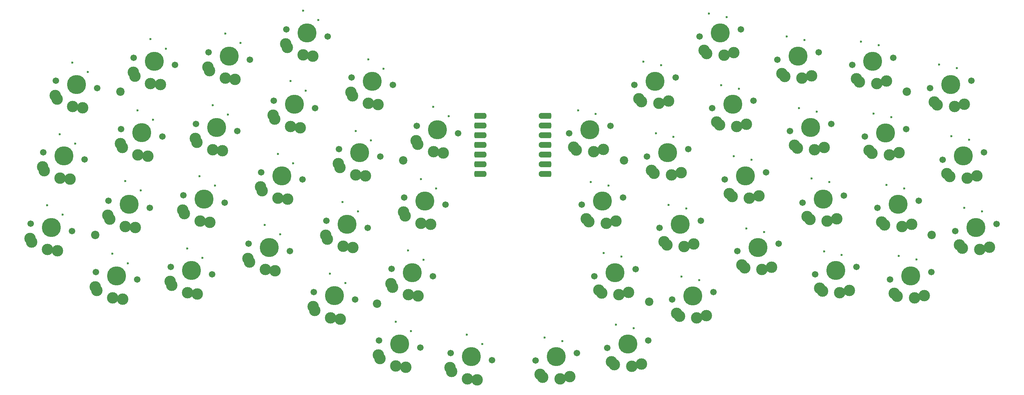
<source format=gbr>
%TF.GenerationSoftware,KiCad,Pcbnew,8.0.7*%
%TF.CreationDate,2025-02-04T22:32:57+01:00*%
%TF.ProjectId,011_rev2,3031315f-7265-4763-922e-6b696361645f,rev?*%
%TF.SameCoordinates,Original*%
%TF.FileFunction,Soldermask,Top*%
%TF.FilePolarity,Negative*%
%FSLAX46Y46*%
G04 Gerber Fmt 4.6, Leading zero omitted, Abs format (unit mm)*
G04 Created by KiCad (PCBNEW 8.0.7) date 2025-02-04 22:32:57*
%MOMM*%
%LPD*%
G01*
G04 APERTURE LIST*
G04 Aperture macros list*
%AMRoundRect*
0 Rectangle with rounded corners*
0 $1 Rounding radius*
0 $2 $3 $4 $5 $6 $7 $8 $9 X,Y pos of 4 corners*
0 Add a 4 corners polygon primitive as box body*
4,1,4,$2,$3,$4,$5,$6,$7,$8,$9,$2,$3,0*
0 Add four circle primitives for the rounded corners*
1,1,$1+$1,$2,$3*
1,1,$1+$1,$4,$5*
1,1,$1+$1,$6,$7*
1,1,$1+$1,$8,$9*
0 Add four rect primitives between the rounded corners*
20,1,$1+$1,$2,$3,$4,$5,0*
20,1,$1+$1,$4,$5,$6,$7,0*
20,1,$1+$1,$6,$7,$8,$9,0*
20,1,$1+$1,$8,$9,$2,$3,0*%
G04 Aperture macros list end*
%ADD10C,1.600000*%
%ADD11RoundRect,0.400000X-1.100000X-0.400000X1.100000X-0.400000X1.100000X0.400000X-1.100000X0.400000X0*%
%ADD12C,1.701800*%
%ADD13C,3.000000*%
%ADD14C,5.000000*%
%ADD15C,2.200000*%
%ADD16C,0.600000*%
G04 APERTURE END LIST*
D10*
%TO.C,M1*%
X159000000Y-64487000D03*
D11*
X158000000Y-64487000D03*
D10*
X159000000Y-67027000D03*
D11*
X158000000Y-67027000D03*
D10*
X159000000Y-69567000D03*
D11*
X158000000Y-69567000D03*
D10*
X159000000Y-72107000D03*
D11*
X158000000Y-72107000D03*
D10*
X159000000Y-74647000D03*
D11*
X158000000Y-74647000D03*
D10*
X159000000Y-77187000D03*
D11*
X158000000Y-77187000D03*
D10*
X159000000Y-79727000D03*
D11*
X158000000Y-79727000D03*
D10*
X174235000Y-79727000D03*
D11*
X175235000Y-79727000D03*
D10*
X174235000Y-77187000D03*
D11*
X175235000Y-77187000D03*
D10*
X174235000Y-74647000D03*
D11*
X175235000Y-74647000D03*
D10*
X174235000Y-72107000D03*
D11*
X175235000Y-72107000D03*
D10*
X174235000Y-69567000D03*
D11*
X175235000Y-69567000D03*
D10*
X174235000Y-67027000D03*
D11*
X175235000Y-67027000D03*
D10*
X174235000Y-64487000D03*
D11*
X175235000Y-64487000D03*
%TD*%
D12*
%TO.C,RC6-2*%
X134826740Y-104660488D03*
D13*
X134659281Y-108489582D03*
X135093880Y-109480097D03*
D14*
X140243183Y-105615553D03*
D13*
X139218659Y-111425919D03*
X141805206Y-111729683D03*
D12*
X145659626Y-106570618D03*
%TD*%
%TO.C,RC0-4*%
X181396741Y-69054877D03*
D13*
X182549008Y-72710322D03*
X183296176Y-73492460D03*
D14*
X186813184Y-68099812D03*
D13*
X187837708Y-73910178D03*
X190372161Y-73310971D03*
D12*
X192229627Y-67144747D03*
%TD*%
%TO.C,RC6-5*%
X279334677Y-75965622D03*
D13*
X280486944Y-79621067D03*
X281234112Y-80403205D03*
D14*
X284751120Y-75010557D03*
D13*
X285775644Y-80820923D03*
X288310097Y-80221716D03*
D12*
X290167563Y-74055492D03*
%TD*%
%TO.C,RC1-0*%
X46812798Y-55289470D03*
D13*
X46645339Y-59118564D03*
X47079938Y-60109079D03*
D14*
X52229241Y-56244535D03*
D13*
X51204717Y-62054901D03*
X53791264Y-62358665D03*
D12*
X57645684Y-57199600D03*
%TD*%
%TO.C,RC1-6*%
X205119325Y-93887760D03*
D13*
X206271592Y-97543205D03*
X207018760Y-98325343D03*
D14*
X210535768Y-92932695D03*
D13*
X211560292Y-98743061D03*
X214094745Y-98143854D03*
D12*
X215952211Y-91977630D03*
%TD*%
%TO.C,RC1-3*%
X76890978Y-104116788D03*
D13*
X76723519Y-107945882D03*
X77158118Y-108936397D03*
D14*
X82307421Y-105071853D03*
D13*
X81282897Y-110882219D03*
X83869444Y-111185983D03*
D12*
X87723864Y-106026918D03*
%TD*%
%TO.C,RC6-1*%
X138134738Y-85899900D03*
D13*
X137967279Y-89728994D03*
X138401878Y-90719509D03*
D14*
X143551181Y-86854965D03*
D13*
X142526657Y-92665331D03*
X145113204Y-92969095D03*
D12*
X148967624Y-87810030D03*
%TD*%
%TO.C,RC6-4*%
X276026679Y-57205035D03*
D13*
X277178946Y-60860480D03*
X277926114Y-61642618D03*
D14*
X281443122Y-56249970D03*
D13*
X282467646Y-62060336D03*
X285002099Y-61461129D03*
D12*
X286859565Y-55294905D03*
%TD*%
%TO.C,RC2-4*%
X215609919Y-43678293D03*
D13*
X216762186Y-47333738D03*
X217509354Y-48115876D03*
D14*
X221026362Y-42723228D03*
D13*
X222050886Y-48533594D03*
X224585339Y-47934387D03*
D12*
X226442805Y-41768163D03*
%TD*%
%TO.C,RC4-7*%
X245948499Y-106032353D03*
D13*
X247100766Y-109687798D03*
X247847934Y-110469936D03*
D14*
X251364942Y-105077288D03*
D13*
X252389466Y-110887654D03*
X254923919Y-110288447D03*
D12*
X256781385Y-104122223D03*
%TD*%
%TO.C,RC5-1*%
X121028149Y-73211608D03*
D13*
X120860690Y-77040702D03*
X121295289Y-78031217D03*
D14*
X126444592Y-74166673D03*
D13*
X125420068Y-79977039D03*
X128006615Y-80280803D03*
D12*
X131861035Y-75121738D03*
%TD*%
D15*
%TO.C,H2*%
X57083274Y-95766726D03*
%TD*%
D12*
%TO.C,RC2-6*%
X222225914Y-81199469D03*
D13*
X223378181Y-84854914D03*
X224125349Y-85637052D03*
D14*
X227642357Y-80244404D03*
D13*
X228666881Y-86054770D03*
X231201334Y-85455563D03*
D12*
X233058800Y-79289339D03*
%TD*%
%TO.C,RC0-3*%
X57303391Y-105498937D03*
D13*
X57135932Y-109328031D03*
X57570531Y-110318546D03*
D14*
X62719834Y-106454002D03*
D13*
X61695310Y-112264368D03*
X64281857Y-112568132D03*
D12*
X68136277Y-107409067D03*
%TD*%
%TO.C,RC1-5*%
X201811328Y-75127173D03*
D13*
X202963595Y-78782618D03*
X203710763Y-79564756D03*
D14*
X207227771Y-74172108D03*
D13*
X208252295Y-79982474D03*
X210786748Y-79383267D03*
D12*
X212644214Y-73217043D03*
%TD*%
%TO.C,RC5-2*%
X117720151Y-91972196D03*
D13*
X117552692Y-95801290D03*
X117987291Y-96791805D03*
D14*
X123136594Y-92927261D03*
D13*
X122112070Y-98737627D03*
X124698617Y-99041391D03*
D12*
X128553037Y-93882326D03*
%TD*%
%TO.C,RC0-6*%
X188012737Y-106576052D03*
D13*
X189165004Y-110231497D03*
X189912172Y-111013635D03*
D14*
X193429180Y-105620987D03*
D13*
X194453704Y-111431353D03*
X196988157Y-110832146D03*
D12*
X198845623Y-104665922D03*
%TD*%
%TO.C,RC2-3*%
X97305565Y-98044492D03*
D13*
X97138106Y-101873586D03*
X97572705Y-102864101D03*
D14*
X102722008Y-98999557D03*
D13*
X101697484Y-104809923D03*
X104284031Y-105113687D03*
D12*
X108138451Y-99954622D03*
%TD*%
%TO.C,RC0-1*%
X43504800Y-74050058D03*
D13*
X43337341Y-77879152D03*
X43771940Y-78869667D03*
D14*
X48921243Y-75005123D03*
D13*
X47896719Y-80815489D03*
X50483266Y-81119253D03*
D12*
X54337686Y-75960188D03*
%TD*%
%TO.C,RC3-5*%
X239332503Y-68511177D03*
D13*
X240484770Y-72166622D03*
X241231938Y-72948760D03*
D14*
X244748946Y-67556112D03*
D13*
X245773470Y-73366478D03*
X248307923Y-72767271D03*
D12*
X250165389Y-66601047D03*
%TD*%
D15*
%TO.C,H5*%
X195763651Y-76197972D03*
%TD*%
%TO.C,H1*%
X63683650Y-58163971D03*
%TD*%
D12*
%TO.C,RC3-2*%
X80198976Y-85356200D03*
D13*
X80031517Y-89185294D03*
X80466116Y-90175809D03*
D14*
X85615419Y-86311265D03*
D13*
X84590895Y-92121631D03*
X87177442Y-92425395D03*
D12*
X91031862Y-87266330D03*
%TD*%
%TO.C,RC1-7*%
X191353325Y-125338054D03*
D13*
X192505592Y-128993499D03*
X193252760Y-129775637D03*
D14*
X196769768Y-124382989D03*
D13*
X197794292Y-130193355D03*
X200328745Y-129594148D03*
D12*
X202186211Y-123427924D03*
%TD*%
%TO.C,RC6-3*%
X150301322Y-126690800D03*
D13*
X150133863Y-130519894D03*
X150568462Y-131510409D03*
D14*
X155717765Y-127645865D03*
D13*
X154693241Y-133456231D03*
X157279788Y-133759995D03*
D12*
X161134208Y-128600930D03*
%TD*%
%TO.C,RC4-1*%
X103921560Y-60523317D03*
D13*
X103754101Y-64352411D03*
X104188700Y-65342926D03*
D14*
X109338003Y-61478382D03*
D13*
X108313479Y-67288748D03*
X110900026Y-67592512D03*
D12*
X114754446Y-62433447D03*
%TD*%
%TO.C,RC1-4*%
X198503330Y-56366585D03*
D13*
X199655597Y-60022030D03*
X200402765Y-60804168D03*
D14*
X203919773Y-55411520D03*
D13*
X204944297Y-61221886D03*
X207478750Y-60622679D03*
D12*
X209336216Y-54456455D03*
%TD*%
%TO.C,RC4-6*%
X265536086Y-107414502D03*
D13*
X266688353Y-111069947D03*
X267435521Y-111852085D03*
D14*
X270952529Y-106459437D03*
D13*
X271977053Y-112269803D03*
X274511506Y-111670596D03*
D12*
X276368972Y-105504372D03*
%TD*%
%TO.C,RC3-1*%
X83506974Y-66595613D03*
D13*
X83339515Y-70424707D03*
X83774114Y-71415222D03*
D14*
X88923417Y-67550678D03*
D13*
X87898893Y-73361044D03*
X90485440Y-73664808D03*
D12*
X94339860Y-68505743D03*
%TD*%
%TO.C,RC5-3*%
X131540734Y-123382802D03*
D13*
X131373275Y-127211896D03*
X131807874Y-128202411D03*
D14*
X136957177Y-124337867D03*
D13*
X135932653Y-130148233D03*
X138519200Y-130451997D03*
D12*
X142373620Y-125292932D03*
%TD*%
%TO.C,RC4-3*%
X114412154Y-110732784D03*
D13*
X114244695Y-114561878D03*
X114679294Y-115552393D03*
D14*
X119828597Y-111687849D03*
D13*
X118804073Y-117498215D03*
X121390620Y-117801979D03*
D12*
X125245040Y-112642914D03*
%TD*%
D15*
%TO.C,H3*%
X137851650Y-76197971D03*
%TD*%
D12*
%TO.C,RC1-2*%
X60611389Y-86738349D03*
D13*
X60443930Y-90567443D03*
X60878529Y-91557958D03*
D14*
X66027832Y-87693414D03*
D13*
X65003308Y-93503780D03*
X67589855Y-93807544D03*
D12*
X71444275Y-88648479D03*
%TD*%
%TO.C,RC2-7*%
X208427323Y-112648348D03*
D13*
X209579590Y-116303793D03*
X210326758Y-117085931D03*
D14*
X213843766Y-111693283D03*
D13*
X214868290Y-117503649D03*
X217402743Y-116904442D03*
D12*
X219260209Y-110738218D03*
%TD*%
D15*
%TO.C,H7*%
X269931650Y-58166726D03*
%TD*%
D12*
%TO.C,RC2-1*%
X63919387Y-67977762D03*
D13*
X63751928Y-71806856D03*
X64186527Y-72797371D03*
D14*
X69335830Y-68932827D03*
D13*
X68311306Y-74743193D03*
X70897853Y-75046957D03*
D12*
X74752273Y-69887892D03*
%TD*%
%TO.C,RC5-4*%
X255612092Y-51132739D03*
D13*
X256764359Y-54788184D03*
X257511527Y-55570322D03*
D14*
X261028535Y-50177674D03*
D13*
X262053059Y-55988040D03*
X264587512Y-55388833D03*
D12*
X266444978Y-49222609D03*
%TD*%
%TO.C,RC5-7*%
X262228088Y-88653914D03*
D13*
X263380355Y-92309359D03*
X264127523Y-93091497D03*
D14*
X267644531Y-87698849D03*
D13*
X268669055Y-93509215D03*
X271203508Y-92910008D03*
D12*
X273060974Y-86743784D03*
%TD*%
%TO.C,RC4-5*%
X282642675Y-94726210D03*
D13*
X283794942Y-98381655D03*
X284542110Y-99163793D03*
D14*
X288059118Y-93771145D03*
D13*
X289083642Y-99581511D03*
X291618095Y-98982304D03*
D12*
X293475561Y-92816080D03*
%TD*%
%TO.C,RC5-0*%
X124336147Y-54451020D03*
D13*
X124168688Y-58280114D03*
X124603287Y-59270629D03*
D14*
X129752590Y-55406085D03*
D13*
X128728066Y-61216451D03*
X131314613Y-61520215D03*
D12*
X135169033Y-56361150D03*
%TD*%
%TO.C,RC6-0*%
X141442736Y-67139312D03*
D13*
X141275277Y-70968406D03*
X141709876Y-71958921D03*
D14*
X146859179Y-68094377D03*
D13*
X145834655Y-73904743D03*
X148421202Y-74208507D03*
D12*
X152275622Y-69049442D03*
%TD*%
%TO.C,RC2-0*%
X67227384Y-49217174D03*
D13*
X67059925Y-53046268D03*
X67494524Y-54036783D03*
D14*
X72643827Y-50172239D03*
D13*
X71619303Y-55982605D03*
X74205850Y-56286369D03*
D12*
X78060270Y-51127304D03*
%TD*%
D15*
%TO.C,H8*%
X276483274Y-95766726D03*
%TD*%
D12*
%TO.C,RC0-2*%
X40196802Y-92810646D03*
D13*
X40029343Y-96639740D03*
X40463942Y-97630255D03*
D14*
X45613245Y-93765711D03*
D13*
X44588721Y-99576077D03*
X47175268Y-99879841D03*
D12*
X51029688Y-94720776D03*
%TD*%
%TO.C,RC3-7*%
X225533912Y-99960057D03*
D13*
X226686179Y-103615502D03*
X227433347Y-104397640D03*
D14*
X230950355Y-99004992D03*
D13*
X231974879Y-104815358D03*
X234509332Y-104216151D03*
D12*
X236366798Y-98049927D03*
%TD*%
%TO.C,RC2-5*%
X218917916Y-62438881D03*
D13*
X220070183Y-66094326D03*
X220817351Y-66876464D03*
D14*
X224334359Y-61483816D03*
D13*
X225358883Y-67294182D03*
X227893336Y-66694975D03*
D12*
X229750802Y-60528751D03*
%TD*%
%TO.C,RC4-2*%
X100613563Y-79283904D03*
D13*
X100446104Y-83112998D03*
X100880703Y-84103513D03*
D14*
X106030006Y-80238969D03*
D13*
X105005482Y-86049335D03*
X107592029Y-86353099D03*
D12*
X111446449Y-81194034D03*
%TD*%
D15*
%TO.C,H4*%
X130993650Y-113789973D03*
%TD*%
%TO.C,H6*%
X202367650Y-113281972D03*
%TD*%
D12*
%TO.C,RC4-0*%
X107229558Y-41762729D03*
D13*
X107062099Y-45591823D03*
X107496698Y-46582338D03*
D14*
X112646001Y-42717794D03*
D13*
X111621477Y-48528160D03*
X114208024Y-48831924D03*
D12*
X118062444Y-43672859D03*
%TD*%
%TO.C,RC3-4*%
X236024505Y-49750589D03*
D13*
X237176772Y-53406034D03*
X237923940Y-54188172D03*
D14*
X241440948Y-48795524D03*
D13*
X242465472Y-54605890D03*
X244999925Y-54006683D03*
D12*
X246857391Y-47840459D03*
%TD*%
%TO.C,RC0-7*%
X172592737Y-128646052D03*
D13*
X173745004Y-132301497D03*
X174492172Y-133083635D03*
D14*
X178009180Y-127690987D03*
D13*
X179033704Y-133501353D03*
X181568157Y-132902146D03*
D12*
X183425623Y-126735922D03*
%TD*%
%TO.C,RC3-6*%
X242640501Y-87271765D03*
D13*
X243792768Y-90927210D03*
X244539936Y-91709348D03*
D14*
X248056944Y-86316700D03*
D13*
X249081468Y-92127066D03*
X251615921Y-91527859D03*
D12*
X253473387Y-85361635D03*
%TD*%
%TO.C,RC3-0*%
X86814972Y-47835025D03*
D13*
X86647513Y-51664119D03*
X87082112Y-52654634D03*
D14*
X92231415Y-48790090D03*
D13*
X91206891Y-54600456D03*
X93793438Y-54904220D03*
D12*
X97647858Y-49745155D03*
%TD*%
%TO.C,RC0-5*%
X184704739Y-87815464D03*
D13*
X185857006Y-91470909D03*
X186604174Y-92253047D03*
D14*
X190121182Y-86860399D03*
D13*
X191145706Y-92670765D03*
X193680159Y-92071558D03*
D12*
X195537625Y-85905334D03*
%TD*%
%TO.C,RC5-6*%
X258920090Y-69893326D03*
D13*
X260072357Y-73548771D03*
X260819525Y-74330909D03*
D14*
X264336533Y-68938261D03*
D13*
X265361057Y-74748627D03*
X267895510Y-74149420D03*
D12*
X269752976Y-67983196D03*
%TD*%
D16*
%TO.C,L34*%
X104998389Y-74482407D03*
X109032000Y-76945252D03*
%TD*%
%TO.C,L28*%
X101598389Y-93082407D03*
X105632000Y-95545252D03*
%TD*%
%TO.C,L14*%
X207468457Y-87846459D03*
X212101154Y-88781200D03*
%TD*%
%TO.C,L25*%
X154598389Y-121882407D03*
X158632000Y-124345252D03*
%TD*%
%TO.C,L37*%
X142498389Y-81082407D03*
X146532000Y-83545252D03*
%TD*%
%TO.C,L21*%
X227868457Y-94046459D03*
X232501154Y-94981200D03*
%TD*%
%TO.C,L38*%
X125398389Y-68482407D03*
X129432000Y-70945252D03*
%TD*%
%TO.C,L10*%
X221268457Y-56446459D03*
X225901154Y-57381200D03*
%TD*%
%TO.C,L26*%
X135898389Y-118482407D03*
X139932000Y-120945252D03*
%TD*%
%TO.C,L12*%
X187068457Y-81846459D03*
X191701154Y-82781200D03*
%TD*%
%TO.C,L43*%
X51098389Y-50482407D03*
X55132000Y-52945252D03*
%TD*%
%TO.C,L19*%
X267868457Y-101246459D03*
X272501154Y-102181200D03*
%TD*%
%TO.C,L48*%
X145766389Y-62137154D03*
X149800000Y-64599999D03*
%TD*%
%TO.C,L44*%
X71598389Y-44382407D03*
X75632000Y-46845252D03*
%TD*%
%TO.C,L2*%
X200868457Y-50246459D03*
X205501154Y-51181200D03*
%TD*%
%TO.C,L27*%
X118698389Y-105882407D03*
X122732000Y-108345252D03*
%TD*%
%TO.C,L32*%
X64998389Y-81582407D03*
X69032000Y-84045252D03*
%TD*%
%TO.C,L1*%
X183736457Y-63046459D03*
X188369154Y-63981200D03*
%TD*%
%TO.C,L40*%
X87898389Y-61682407D03*
X91932000Y-64145252D03*
%TD*%
%TO.C,L23*%
X193668457Y-119246459D03*
X198301154Y-120181200D03*
%TD*%
%TO.C,L24*%
X174968457Y-122646459D03*
X179601154Y-123581200D03*
%TD*%
%TO.C,L41*%
X68198389Y-63082407D03*
X72232000Y-65545252D03*
%TD*%
%TO.C,L9*%
X241668457Y-62446459D03*
X246301154Y-63381200D03*
%TD*%
%TO.C,L36*%
X143201611Y-102217593D03*
X139168000Y-99754748D03*
%TD*%
%TO.C,L22*%
X210868457Y-106646459D03*
X215501154Y-107581200D03*
%TD*%
%TO.C,L33*%
X84498389Y-80282407D03*
X88532000Y-82745252D03*
%TD*%
%TO.C,L30*%
X61598389Y-100682407D03*
X65632000Y-103145252D03*
%TD*%
%TO.C,L4*%
X238468457Y-43646459D03*
X243101154Y-44581200D03*
%TD*%
%TO.C,L13*%
X190468457Y-100446459D03*
X195101154Y-101381200D03*
%TD*%
%TO.C,L47*%
X128698389Y-49682407D03*
X132732000Y-52145252D03*
%TD*%
%TO.C,L29*%
X81198389Y-99282407D03*
X85232000Y-101745252D03*
%TD*%
%TO.C,L31*%
X44498389Y-87937154D03*
X48532000Y-90399999D03*
%TD*%
%TO.C,L45*%
X91198389Y-42882407D03*
X95232000Y-45345252D03*
%TD*%
%TO.C,L17*%
X264668457Y-82646459D03*
X269301154Y-83581200D03*
%TD*%
%TO.C,L20*%
X248268457Y-100046459D03*
X252901154Y-100981200D03*
%TD*%
%TO.C,L5*%
X257968457Y-45046459D03*
X262601154Y-45981200D03*
%TD*%
%TO.C,L8*%
X261268457Y-63865259D03*
X265901154Y-64800000D03*
%TD*%
%TO.C,L46*%
X111598389Y-36882407D03*
X115632000Y-39345252D03*
%TD*%
%TO.C,L6*%
X278436457Y-51046459D03*
X283069154Y-51981200D03*
%TD*%
%TO.C,L42*%
X47798389Y-69282407D03*
X51832000Y-71745252D03*
%TD*%
%TO.C,L39*%
X108298389Y-55382407D03*
X112332000Y-57845252D03*
%TD*%
%TO.C,L18*%
X285068457Y-88646459D03*
X289701154Y-89581200D03*
%TD*%
%TO.C,L15*%
X224568457Y-75046459D03*
X229201154Y-75981200D03*
%TD*%
%TO.C,L35*%
X121998389Y-87082407D03*
X126032000Y-89545252D03*
%TD*%
%TO.C,L7*%
X281668457Y-69846459D03*
X286301154Y-70781200D03*
%TD*%
%TO.C,L3*%
X218068457Y-37646459D03*
X222701154Y-38581200D03*
%TD*%
%TO.C,L11*%
X204136457Y-69046459D03*
X208769154Y-69981200D03*
%TD*%
%TO.C,L16*%
X244968457Y-80946459D03*
X249601154Y-81881200D03*
%TD*%
M02*

</source>
